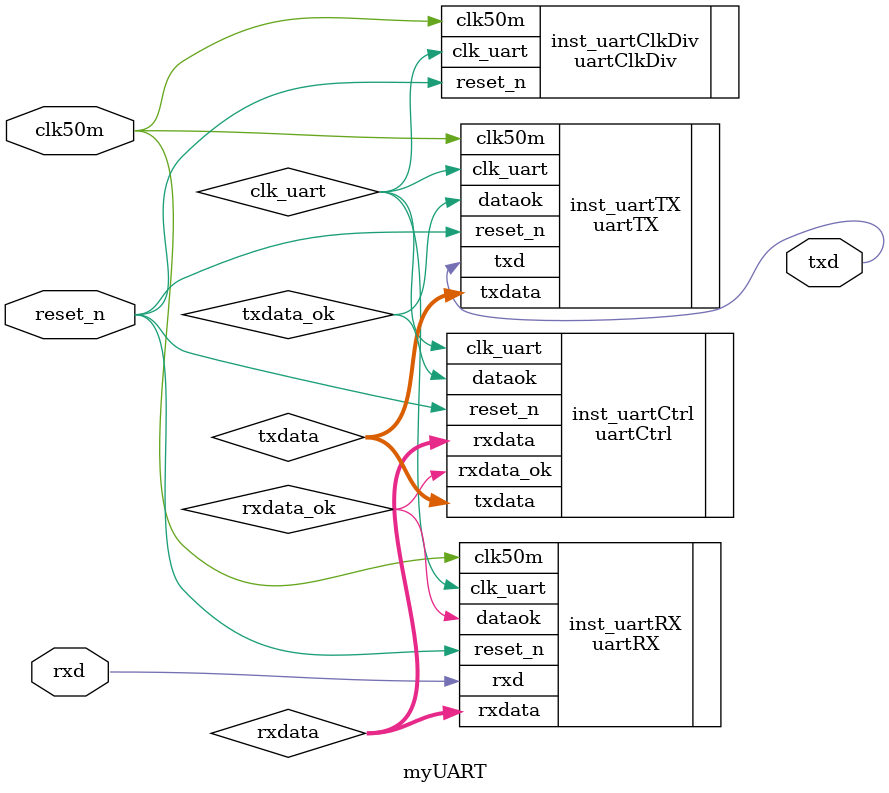
<source format=v>
`timescale 1ns / 1ps


module myUART(
    input clk50m,
    input reset_n,
    input rxd,
    
    //output clkout,
    output txd
    
    );
    
    wire [7:0]      txdata, rxdata;
	 wire				  txdata_ok, rxdata_ok;

	 wire				clk_uart;
	 
   
	
	 uartClkDiv	inst_uartClkDiv(
			.clk50m		(clk50m),
			.reset_n    (reset_n),
			.clk_uart	(clk_uart)
		);
		
	 //`define TXONLY;
	 
	 uartCtrl inst_uartCtrl(
			//.clk50m		(clk50m),
			.clk_uart	(clk_uart),
			.reset_n		(reset_n),
			
			//`ifdef TXONLY
			//.rxdata		(8'h00),//input
			//.rxdata_ok	(1'b0),//input
			//`else
			.rxdata		(rxdata),//input
			.rxdata_ok	(rxdata_ok),//input
			//`endif
	
			.txdata		(txdata),//output
			.dataok		(txdata_ok)//output
	 
	 );

	 uartRX inst_uartRX(
        .clk50m     (clk50m),
		  .clk_uart		(clk_uart),		  
        .reset_n    (reset_n),
        .rxdata     (rxdata), //output to uartCtrl
        .dataok  		(rxdata_ok),//output to uartCtrl
		  
        .rxd        (rxd) //input
		); 


    uartTX inst_uartTX(
        .clk50m     (clk50m),
		  .clk_uart		(clk_uart),		  
        .reset_n    (reset_n),
        .txdata     (txdata), //input to uartCtrl
		  .dataok 		(txdata_ok), //input to uartCtrl
		  
        .txd        (txd) //output
    );
    
   
     
endmodule

</source>
